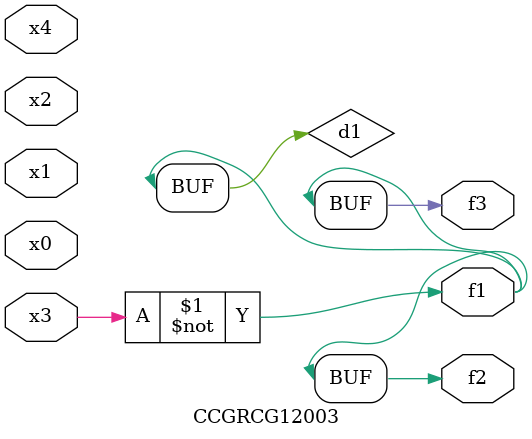
<source format=v>
module CCGRCG12003(
	input x0, x1, x2, x3, x4,
	output f1, f2, f3
);

	wire d1, d2;

	xnor (d1, x3);
	not (d2, x1);
	assign f1 = d1;
	assign f2 = d1;
	assign f3 = d1;
endmodule

</source>
